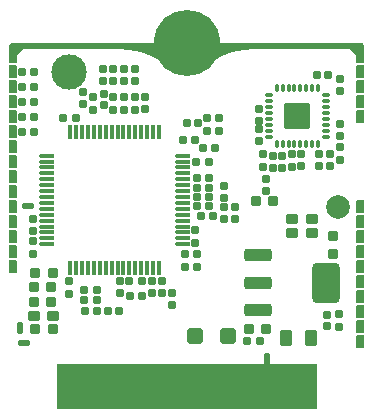
<source format=gts>
G04*
G04 #@! TF.GenerationSoftware,Altium Limited,Altium Designer,24.9.1 (31)*
G04*
G04 Layer_Color=8388736*
%FSLAX43Y43*%
%MOMM*%
G71*
G04*
G04 #@! TF.SameCoordinates,EB6F8884-3A13-42B7-98C6-1BA732C3788B*
G04*
G04*
G04 #@! TF.FilePolarity,Negative*
G04*
G01*
G75*
G04:AMPARAMS|DCode=34|XSize=0.5mm|YSize=1mm|CornerRadius=0.125mm|HoleSize=0mm|Usage=FLASHONLY|Rotation=90.000|XOffset=0mm|YOffset=0mm|HoleType=Round|Shape=RoundedRectangle|*
%AMROUNDEDRECTD34*
21,1,0.500,0.750,0,0,90.0*
21,1,0.250,1.000,0,0,90.0*
1,1,0.250,0.375,0.125*
1,1,0.250,0.375,-0.125*
1,1,0.250,-0.375,-0.125*
1,1,0.250,-0.375,0.125*
%
%ADD34ROUNDEDRECTD34*%
G04:AMPARAMS|DCode=35|XSize=0.5mm|YSize=1mm|CornerRadius=0.125mm|HoleSize=0mm|Usage=FLASHONLY|Rotation=180.000|XOffset=0mm|YOffset=0mm|HoleType=Round|Shape=RoundedRectangle|*
%AMROUNDEDRECTD35*
21,1,0.500,0.750,0,0,180.0*
21,1,0.250,1.000,0,0,180.0*
1,1,0.250,-0.125,0.375*
1,1,0.250,0.125,0.375*
1,1,0.250,0.125,-0.375*
1,1,0.250,-0.125,-0.375*
%
%ADD35ROUNDEDRECTD35*%
G04:AMPARAMS|DCode=36|XSize=0.6mm|YSize=0.7mm|CornerRadius=0.113mm|HoleSize=0mm|Usage=FLASHONLY|Rotation=270.000|XOffset=0mm|YOffset=0mm|HoleType=Round|Shape=RoundedRectangle|*
%AMROUNDEDRECTD36*
21,1,0.600,0.475,0,0,270.0*
21,1,0.375,0.700,0,0,270.0*
1,1,0.225,-0.238,-0.188*
1,1,0.225,-0.238,0.188*
1,1,0.225,0.238,0.188*
1,1,0.225,0.238,-0.188*
%
%ADD36ROUNDEDRECTD36*%
G04:AMPARAMS|DCode=37|XSize=0.6mm|YSize=0.7mm|CornerRadius=0.113mm|HoleSize=0mm|Usage=FLASHONLY|Rotation=0.000|XOffset=0mm|YOffset=0mm|HoleType=Round|Shape=RoundedRectangle|*
%AMROUNDEDRECTD37*
21,1,0.600,0.475,0,0,0.0*
21,1,0.375,0.700,0,0,0.0*
1,1,0.225,0.188,-0.238*
1,1,0.225,-0.188,-0.238*
1,1,0.225,-0.188,0.238*
1,1,0.225,0.188,0.238*
%
%ADD37ROUNDEDRECTD37*%
G04:AMPARAMS|DCode=38|XSize=0.9mm|YSize=0.85mm|CornerRadius=0.144mm|HoleSize=0mm|Usage=FLASHONLY|Rotation=0.000|XOffset=0mm|YOffset=0mm|HoleType=Round|Shape=RoundedRectangle|*
%AMROUNDEDRECTD38*
21,1,0.900,0.563,0,0,0.0*
21,1,0.613,0.850,0,0,0.0*
1,1,0.288,0.306,-0.281*
1,1,0.288,-0.306,-0.281*
1,1,0.288,-0.306,0.281*
1,1,0.288,0.306,0.281*
%
%ADD38ROUNDEDRECTD38*%
G04:AMPARAMS|DCode=39|XSize=1mm|YSize=0.8mm|CornerRadius=0.138mm|HoleSize=0mm|Usage=FLASHONLY|Rotation=0.000|XOffset=0mm|YOffset=0mm|HoleType=Round|Shape=RoundedRectangle|*
%AMROUNDEDRECTD39*
21,1,1.000,0.525,0,0,0.0*
21,1,0.725,0.800,0,0,0.0*
1,1,0.275,0.363,-0.263*
1,1,0.275,-0.363,-0.263*
1,1,0.275,-0.363,0.263*
1,1,0.275,0.363,0.263*
%
%ADD39ROUNDEDRECTD39*%
G04:AMPARAMS|DCode=40|XSize=3.4mm|YSize=2.3mm|CornerRadius=0.344mm|HoleSize=0mm|Usage=FLASHONLY|Rotation=270.000|XOffset=0mm|YOffset=0mm|HoleType=Round|Shape=RoundedRectangle|*
%AMROUNDEDRECTD40*
21,1,3.400,1.613,0,0,270.0*
21,1,2.713,2.300,0,0,270.0*
1,1,0.688,-0.806,-1.356*
1,1,0.688,-0.806,1.356*
1,1,0.688,0.806,1.356*
1,1,0.688,0.806,-1.356*
%
%ADD40ROUNDEDRECTD40*%
G04:AMPARAMS|DCode=41|XSize=1.1mm|YSize=2.3mm|CornerRadius=0.194mm|HoleSize=0mm|Usage=FLASHONLY|Rotation=270.000|XOffset=0mm|YOffset=0mm|HoleType=Round|Shape=RoundedRectangle|*
%AMROUNDEDRECTD41*
21,1,1.100,1.913,0,0,270.0*
21,1,0.713,2.300,0,0,270.0*
1,1,0.388,-0.956,-0.356*
1,1,0.388,-0.956,0.356*
1,1,0.388,0.956,0.356*
1,1,0.388,0.956,-0.356*
%
%ADD41ROUNDEDRECTD41*%
G04:AMPARAMS|DCode=42|XSize=0.7mm|YSize=0.7mm|CornerRadius=0.125mm|HoleSize=0mm|Usage=FLASHONLY|Rotation=270.000|XOffset=0mm|YOffset=0mm|HoleType=Round|Shape=RoundedRectangle|*
%AMROUNDEDRECTD42*
21,1,0.700,0.450,0,0,270.0*
21,1,0.450,0.700,0,0,270.0*
1,1,0.250,-0.225,-0.225*
1,1,0.250,-0.225,0.225*
1,1,0.250,0.225,0.225*
1,1,0.250,0.225,-0.225*
%
%ADD42ROUNDEDRECTD42*%
%ADD43R,0.450X1.600*%
G04:AMPARAMS|DCode=44|XSize=0.7mm|YSize=0.6mm|CornerRadius=0.113mm|HoleSize=0mm|Usage=FLASHONLY|Rotation=90.000|XOffset=0mm|YOffset=0mm|HoleType=Round|Shape=RoundedRectangle|*
%AMROUNDEDRECTD44*
21,1,0.700,0.375,0,0,90.0*
21,1,0.475,0.600,0,0,90.0*
1,1,0.225,0.188,0.238*
1,1,0.225,0.188,-0.238*
1,1,0.225,-0.188,-0.238*
1,1,0.225,-0.188,0.238*
%
%ADD44ROUNDEDRECTD44*%
G04:AMPARAMS|DCode=45|XSize=0.7mm|YSize=0.6mm|CornerRadius=0.113mm|HoleSize=0mm|Usage=FLASHONLY|Rotation=0.000|XOffset=0mm|YOffset=0mm|HoleType=Round|Shape=RoundedRectangle|*
%AMROUNDEDRECTD45*
21,1,0.700,0.375,0,0,0.0*
21,1,0.475,0.600,0,0,0.0*
1,1,0.225,0.238,-0.188*
1,1,0.225,-0.238,-0.188*
1,1,0.225,-0.238,0.188*
1,1,0.225,0.238,0.188*
%
%ADD45ROUNDEDRECTD45*%
G04:AMPARAMS|DCode=46|XSize=0.9mm|YSize=0.85mm|CornerRadius=0.144mm|HoleSize=0mm|Usage=FLASHONLY|Rotation=90.000|XOffset=0mm|YOffset=0mm|HoleType=Round|Shape=RoundedRectangle|*
%AMROUNDEDRECTD46*
21,1,0.900,0.563,0,0,90.0*
21,1,0.613,0.850,0,0,90.0*
1,1,0.288,0.281,0.306*
1,1,0.288,0.281,-0.306*
1,1,0.288,-0.281,-0.306*
1,1,0.288,-0.281,0.306*
%
%ADD46ROUNDEDRECTD46*%
%ADD47O,0.400X1.300*%
%ADD48O,1.300X0.400*%
G04:AMPARAMS|DCode=49|XSize=1.3mm|YSize=1.3mm|CornerRadius=0.2mm|HoleSize=0mm|Usage=FLASHONLY|Rotation=180.000|XOffset=0mm|YOffset=0mm|HoleType=Round|Shape=RoundedRectangle|*
%AMROUNDEDRECTD49*
21,1,1.300,0.900,0,0,180.0*
21,1,0.900,1.300,0,0,180.0*
1,1,0.400,-0.450,0.450*
1,1,0.400,0.450,0.450*
1,1,0.400,0.450,-0.450*
1,1,0.400,-0.450,-0.450*
%
%ADD49ROUNDEDRECTD49*%
G04:AMPARAMS|DCode=50|XSize=1mm|YSize=0.9mm|CornerRadius=0.15mm|HoleSize=0mm|Usage=FLASHONLY|Rotation=0.000|XOffset=0mm|YOffset=0mm|HoleType=Round|Shape=RoundedRectangle|*
%AMROUNDEDRECTD50*
21,1,1.000,0.600,0,0,0.0*
21,1,0.700,0.900,0,0,0.0*
1,1,0.300,0.350,-0.300*
1,1,0.300,-0.350,-0.300*
1,1,0.300,-0.350,0.300*
1,1,0.300,0.350,0.300*
%
%ADD50ROUNDEDRECTD50*%
G04:AMPARAMS|DCode=51|XSize=1.05mm|YSize=1.35mm|CornerRadius=0.188mm|HoleSize=0mm|Usage=FLASHONLY|Rotation=0.000|XOffset=0mm|YOffset=0mm|HoleType=Round|Shape=RoundedRectangle|*
%AMROUNDEDRECTD51*
21,1,1.050,0.975,0,0,0.0*
21,1,0.675,1.350,0,0,0.0*
1,1,0.375,0.338,-0.488*
1,1,0.375,-0.338,-0.488*
1,1,0.375,-0.338,0.488*
1,1,0.375,0.338,0.488*
%
%ADD51ROUNDEDRECTD51*%
G04:AMPARAMS|DCode=52|XSize=2.2mm|YSize=2.2mm|CornerRadius=0.155mm|HoleSize=0mm|Usage=FLASHONLY|Rotation=90.000|XOffset=0mm|YOffset=0mm|HoleType=Round|Shape=RoundedRectangle|*
%AMROUNDEDRECTD52*
21,1,2.200,1.890,0,0,90.0*
21,1,1.890,2.200,0,0,90.0*
1,1,0.310,0.945,0.945*
1,1,0.310,0.945,-0.945*
1,1,0.310,-0.945,-0.945*
1,1,0.310,-0.945,0.945*
%
%ADD52ROUNDEDRECTD52*%
G04:AMPARAMS|DCode=53|XSize=0.7mm|YSize=0.35mm|CornerRadius=0.113mm|HoleSize=0mm|Usage=FLASHONLY|Rotation=180.000|XOffset=0mm|YOffset=0mm|HoleType=Round|Shape=RoundedRectangle|*
%AMROUNDEDRECTD53*
21,1,0.700,0.125,0,0,180.0*
21,1,0.475,0.350,0,0,180.0*
1,1,0.225,-0.238,0.063*
1,1,0.225,0.238,0.063*
1,1,0.225,0.238,-0.063*
1,1,0.225,-0.238,-0.063*
%
%ADD53ROUNDEDRECTD53*%
G04:AMPARAMS|DCode=54|XSize=0.7mm|YSize=0.35mm|CornerRadius=0.113mm|HoleSize=0mm|Usage=FLASHONLY|Rotation=270.000|XOffset=0mm|YOffset=0mm|HoleType=Round|Shape=RoundedRectangle|*
%AMROUNDEDRECTD54*
21,1,0.700,0.125,0,0,270.0*
21,1,0.475,0.350,0,0,270.0*
1,1,0.225,-0.063,-0.238*
1,1,0.225,-0.063,0.238*
1,1,0.225,0.063,0.238*
1,1,0.225,0.063,-0.238*
%
%ADD54ROUNDEDRECTD54*%
%ADD55C,2.000*%
%ADD56C,3.000*%
%ADD57C,5.600*%
%ADD58C,0.100*%
G36*
X14913Y-30D02*
X14970Y-87D01*
X15000Y-160D01*
Y-200D01*
Y-617D01*
X15000D01*
X15010Y-618D01*
X15019Y-621D01*
X15028Y-625D01*
X15036Y-632D01*
X15042Y-639D01*
X15046Y-648D01*
X15049Y-657D01*
X15050Y-667D01*
Y-1667D01*
X15049Y-1677D01*
X15046Y-1686D01*
X15042Y-1695D01*
X15036Y-1703D01*
X15028Y-1709D01*
X15019Y-1714D01*
X15010Y-1717D01*
X15000Y-1717D01*
X14500D01*
X14500Y-1717D01*
X14491Y-1717D01*
X14490Y-1717D01*
X14481Y-1714D01*
X14472Y-1709D01*
X14468Y-1706D01*
X14464Y-1703D01*
X14464Y-1703D01*
X14365Y-1603D01*
X14364Y-1603D01*
X14361Y-1599D01*
X14358Y-1595D01*
X14356Y-1591D01*
X14354Y-1586D01*
X14351Y-1577D01*
X14350Y-1567D01*
Y-1050D01*
X13941Y-641D01*
X13906Y-610D01*
X13828Y-557D01*
X13740Y-521D01*
X13647Y-502D01*
X13600Y-500D01*
X6000D01*
Y-500D01*
X6000Y-500D01*
X5655Y-504D01*
X4967Y-564D01*
X4288Y-690D01*
X3625Y-882D01*
X2984Y-1139D01*
X2371Y-1457D01*
X1792Y-1833D01*
X1253Y-2265D01*
X1000Y-2500D01*
Y-500D01*
X-1000D01*
X-1000Y-2500D01*
X-1253Y-2265D01*
X-1792Y-1833D01*
X-2371Y-1457D01*
X-2984Y-1139D01*
X-3625Y-882D01*
X-4288Y-690D01*
X-4967Y-564D01*
X-5655Y-504D01*
X-6000Y-500D01*
Y-500D01*
Y-500D01*
X-13600D01*
X-13647Y-502D01*
X-13740Y-521D01*
X-13828Y-557D01*
X-13906Y-610D01*
X-13941Y-641D01*
X-13900Y-600D01*
X-13941Y-641D01*
X-13941Y-641D01*
X-14350Y-1050D01*
Y-1570D01*
X-14350Y-1570D01*
X-14350Y-1575D01*
X-14351Y-1580D01*
X-14353Y-1587D01*
X-14354Y-1589D01*
X-14358Y-1598D01*
X-14364Y-1606D01*
X-14364Y-1606D01*
X-14464Y-1706D01*
X-14464Y-1706D01*
X-14468Y-1708D01*
X-14472Y-1712D01*
X-14481Y-1716D01*
X-14490Y-1719D01*
X-14495Y-1720D01*
X-14500Y-1720D01*
X-14500Y-1720D01*
X-15000Y-1720D01*
X-15010Y-1719D01*
X-15019Y-1716D01*
X-15028Y-1712D01*
X-15036Y-1706D01*
X-15042Y-1698D01*
X-15046Y-1689D01*
X-15049Y-1680D01*
X-15050Y-1670D01*
Y-670D01*
X-15049Y-660D01*
X-15046Y-651D01*
X-15042Y-642D01*
X-15036Y-634D01*
X-15028Y-628D01*
X-15019Y-624D01*
X-15010Y-621D01*
X-15009Y-621D01*
X-15000Y-620D01*
Y-241D01*
Y-193D01*
X-14963Y-104D01*
X-14896Y-37D01*
X-14807Y0D01*
X14840D01*
X14913Y-30D01*
D02*
G37*
G36*
X14500Y-1890D02*
X15000Y-1890D01*
X15010Y-1891D01*
X15019Y-1894D01*
X15028Y-1898D01*
X15036Y-1904D01*
X15042Y-1912D01*
X15046Y-1921D01*
X15049Y-1930D01*
X15050Y-1940D01*
Y-2940D01*
X15049Y-2950D01*
X15046Y-2959D01*
X15042Y-2968D01*
X15036Y-2976D01*
X15028Y-2982D01*
X15019Y-2986D01*
X15010Y-2989D01*
X15000Y-2990D01*
X14500D01*
X14500Y-2990D01*
X14491Y-2989D01*
X14490Y-2989D01*
X14481Y-2986D01*
X14472Y-2982D01*
X14468Y-2978D01*
X14464Y-2976D01*
X14464Y-2976D01*
X14364Y-2876D01*
X14364Y-2876D01*
X14361Y-2871D01*
X14358Y-2868D01*
X14356Y-2863D01*
X14354Y-2859D01*
X14351Y-2850D01*
X14350Y-2840D01*
Y-2040D01*
X14350Y-2040D01*
X14350Y-2035D01*
X14351Y-2030D01*
X14353Y-2023D01*
X14354Y-2021D01*
X14358Y-2012D01*
X14364Y-2004D01*
X14364Y-2004D01*
X14464Y-1904D01*
X14464Y-1904D01*
X14468Y-1902D01*
X14472Y-1898D01*
X14481Y-1894D01*
X14490Y-1891D01*
X14495Y-1890D01*
X14500Y-1890D01*
X14500Y-1890D01*
D02*
G37*
G36*
X-14491Y-1891D02*
X-14490Y-1891D01*
X-14481Y-1894D01*
X-14472Y-1898D01*
X-14468Y-1902D01*
X-14464Y-1904D01*
X-14464Y-1904D01*
X-14364Y-2004D01*
X-14364Y-2004D01*
X-14361Y-2009D01*
X-14358Y-2012D01*
X-14356Y-2017D01*
X-14354Y-2021D01*
X-14351Y-2030D01*
X-14350Y-2040D01*
Y-2840D01*
X-14350Y-2840D01*
X-14350Y-2845D01*
X-14351Y-2850D01*
X-14353Y-2857D01*
X-14354Y-2859D01*
X-14358Y-2868D01*
X-14364Y-2876D01*
X-14364Y-2876D01*
X-14464Y-2976D01*
X-14464Y-2976D01*
X-14468Y-2978D01*
X-14472Y-2982D01*
X-14481Y-2986D01*
X-14490Y-2989D01*
X-14495Y-2990D01*
X-14500Y-2990D01*
X-14500Y-2990D01*
X-15000Y-2990D01*
X-15010Y-2989D01*
X-15019Y-2986D01*
X-15028Y-2982D01*
X-15036Y-2976D01*
X-15042Y-2968D01*
X-15046Y-2959D01*
X-15049Y-2950D01*
X-15050Y-2940D01*
Y-1940D01*
X-15049Y-1930D01*
X-15046Y-1921D01*
X-15042Y-1912D01*
X-15036Y-1904D01*
X-15028Y-1898D01*
X-15019Y-1894D01*
X-15010Y-1891D01*
X-15000Y-1890D01*
X-14500D01*
X-14500Y-1890D01*
X-14491Y-1891D01*
D02*
G37*
G36*
X14500Y-3160D02*
X15000Y-3160D01*
X15010Y-3161D01*
X15019Y-3164D01*
X15028Y-3168D01*
X15036Y-3174D01*
X15042Y-3182D01*
X15046Y-3191D01*
X15049Y-3200D01*
X15050Y-3210D01*
Y-4210D01*
X15049Y-4220D01*
X15046Y-4229D01*
X15042Y-4238D01*
X15036Y-4246D01*
X15028Y-4252D01*
X15019Y-4256D01*
X15010Y-4259D01*
X15000Y-4260D01*
X14500D01*
X14500Y-4260D01*
X14491Y-4259D01*
X14490Y-4259D01*
X14481Y-4256D01*
X14472Y-4252D01*
X14468Y-4248D01*
X14464Y-4246D01*
X14464Y-4246D01*
X14364Y-4146D01*
X14364Y-4146D01*
X14361Y-4141D01*
X14358Y-4138D01*
X14356Y-4133D01*
X14354Y-4129D01*
X14351Y-4120D01*
X14350Y-4110D01*
Y-3310D01*
X14350Y-3310D01*
X14350Y-3305D01*
X14351Y-3300D01*
X14353Y-3293D01*
X14354Y-3291D01*
X14358Y-3282D01*
X14364Y-3274D01*
X14364Y-3274D01*
X14464Y-3174D01*
X14464Y-3174D01*
X14468Y-3172D01*
X14472Y-3168D01*
X14481Y-3164D01*
X14490Y-3161D01*
X14495Y-3160D01*
X14500Y-3160D01*
X14500Y-3160D01*
D02*
G37*
G36*
X-14491Y-3161D02*
X-14490Y-3161D01*
X-14481Y-3164D01*
X-14472Y-3168D01*
X-14468Y-3172D01*
X-14464Y-3174D01*
X-14464Y-3174D01*
X-14364Y-3274D01*
X-14364Y-3274D01*
X-14361Y-3279D01*
X-14358Y-3282D01*
X-14356Y-3287D01*
X-14354Y-3291D01*
X-14351Y-3300D01*
X-14350Y-3310D01*
Y-4110D01*
X-14350Y-4110D01*
X-14350Y-4115D01*
X-14351Y-4120D01*
X-14353Y-4127D01*
X-14354Y-4129D01*
X-14358Y-4138D01*
X-14364Y-4146D01*
X-14364Y-4146D01*
X-14464Y-4246D01*
X-14464Y-4246D01*
X-14468Y-4248D01*
X-14472Y-4252D01*
X-14481Y-4256D01*
X-14490Y-4259D01*
X-14495Y-4260D01*
X-14500Y-4260D01*
X-14500Y-4260D01*
X-15000Y-4260D01*
X-15010Y-4259D01*
X-15019Y-4256D01*
X-15028Y-4252D01*
X-15036Y-4246D01*
X-15042Y-4238D01*
X-15046Y-4229D01*
X-15049Y-4220D01*
X-15050Y-4210D01*
Y-3210D01*
X-15049Y-3200D01*
X-15046Y-3191D01*
X-15042Y-3182D01*
X-15036Y-3174D01*
X-15028Y-3168D01*
X-15019Y-3164D01*
X-15010Y-3161D01*
X-15000Y-3160D01*
X-14500D01*
X-14500Y-3160D01*
X-14491Y-3161D01*
D02*
G37*
G36*
X14500Y-4430D02*
X15000Y-4430D01*
X15010Y-4431D01*
X15019Y-4434D01*
X15028Y-4438D01*
X15036Y-4444D01*
X15042Y-4452D01*
X15046Y-4461D01*
X15049Y-4470D01*
X15050Y-4480D01*
Y-5480D01*
X15049Y-5490D01*
X15046Y-5499D01*
X15042Y-5508D01*
X15036Y-5516D01*
X15028Y-5522D01*
X15019Y-5526D01*
X15010Y-5529D01*
X15000Y-5530D01*
X14500D01*
X14500Y-5530D01*
X14491Y-5529D01*
X14490Y-5529D01*
X14481Y-5526D01*
X14472Y-5522D01*
X14468Y-5518D01*
X14464Y-5516D01*
X14464Y-5516D01*
X14364Y-5416D01*
X14364Y-5416D01*
X14361Y-5411D01*
X14358Y-5408D01*
X14356Y-5403D01*
X14354Y-5399D01*
X14351Y-5390D01*
X14350Y-5380D01*
Y-4580D01*
X14350Y-4580D01*
X14350Y-4575D01*
X14351Y-4570D01*
X14353Y-4563D01*
X14354Y-4561D01*
X14358Y-4552D01*
X14364Y-4544D01*
X14364Y-4544D01*
X14464Y-4444D01*
X14464Y-4444D01*
X14468Y-4442D01*
X14472Y-4438D01*
X14481Y-4434D01*
X14490Y-4431D01*
X14495Y-4430D01*
X14500Y-4430D01*
X14500Y-4430D01*
D02*
G37*
G36*
X-14491Y-4431D02*
X-14490Y-4431D01*
X-14481Y-4434D01*
X-14472Y-4438D01*
X-14468Y-4442D01*
X-14464Y-4444D01*
X-14464Y-4444D01*
X-14364Y-4544D01*
X-14364Y-4544D01*
X-14361Y-4549D01*
X-14358Y-4552D01*
X-14356Y-4557D01*
X-14354Y-4561D01*
X-14351Y-4570D01*
X-14350Y-4580D01*
Y-5380D01*
X-14350Y-5380D01*
X-14350Y-5385D01*
X-14351Y-5390D01*
X-14353Y-5397D01*
X-14354Y-5399D01*
X-14358Y-5408D01*
X-14364Y-5416D01*
X-14364Y-5416D01*
X-14464Y-5516D01*
X-14464Y-5516D01*
X-14468Y-5518D01*
X-14472Y-5522D01*
X-14481Y-5526D01*
X-14490Y-5529D01*
X-14495Y-5530D01*
X-14500Y-5530D01*
X-14500Y-5530D01*
X-15000Y-5530D01*
X-15010Y-5529D01*
X-15019Y-5526D01*
X-15028Y-5522D01*
X-15036Y-5516D01*
X-15042Y-5508D01*
X-15046Y-5499D01*
X-15049Y-5490D01*
X-15050Y-5480D01*
Y-4480D01*
X-15049Y-4470D01*
X-15046Y-4461D01*
X-15042Y-4452D01*
X-15036Y-4444D01*
X-15028Y-4438D01*
X-15019Y-4434D01*
X-15010Y-4431D01*
X-15000Y-4430D01*
X-14500D01*
X-14500Y-4430D01*
X-14491Y-4431D01*
D02*
G37*
G36*
X14500Y-5700D02*
X15000Y-5700D01*
X15010Y-5701D01*
X15019Y-5704D01*
X15028Y-5708D01*
X15036Y-5714D01*
X15042Y-5722D01*
X15046Y-5731D01*
X15049Y-5740D01*
X15050Y-5750D01*
Y-6750D01*
X15049Y-6760D01*
X15046Y-6769D01*
X15042Y-6778D01*
X15036Y-6786D01*
X15028Y-6792D01*
X15019Y-6796D01*
X15010Y-6799D01*
X15000Y-6800D01*
X14500D01*
X14500Y-6800D01*
X14491Y-6799D01*
X14490Y-6799D01*
X14481Y-6796D01*
X14472Y-6792D01*
X14468Y-6788D01*
X14464Y-6786D01*
X14464Y-6786D01*
X14364Y-6686D01*
X14364Y-6686D01*
X14361Y-6681D01*
X14358Y-6678D01*
X14356Y-6673D01*
X14354Y-6669D01*
X14351Y-6660D01*
X14350Y-6650D01*
Y-5850D01*
X14350Y-5850D01*
X14350Y-5845D01*
X14351Y-5840D01*
X14353Y-5833D01*
X14354Y-5831D01*
X14358Y-5822D01*
X14364Y-5814D01*
X14364Y-5814D01*
X14464Y-5714D01*
X14464Y-5714D01*
X14468Y-5712D01*
X14472Y-5708D01*
X14481Y-5704D01*
X14490Y-5701D01*
X14495Y-5700D01*
X14500Y-5700D01*
X14500Y-5700D01*
D02*
G37*
G36*
X-14491Y-5701D02*
X-14490Y-5701D01*
X-14481Y-5704D01*
X-14472Y-5708D01*
X-14468Y-5712D01*
X-14464Y-5714D01*
X-14464Y-5714D01*
X-14364Y-5814D01*
X-14364Y-5814D01*
X-14361Y-5819D01*
X-14358Y-5822D01*
X-14356Y-5827D01*
X-14354Y-5831D01*
X-14351Y-5840D01*
X-14350Y-5850D01*
Y-6650D01*
X-14350Y-6650D01*
X-14350Y-6655D01*
X-14351Y-6660D01*
X-14353Y-6667D01*
X-14354Y-6669D01*
X-14358Y-6678D01*
X-14364Y-6686D01*
X-14364Y-6686D01*
X-14464Y-6786D01*
X-14464Y-6786D01*
X-14468Y-6788D01*
X-14472Y-6792D01*
X-14481Y-6796D01*
X-14490Y-6799D01*
X-14495Y-6800D01*
X-14500Y-6800D01*
X-14500Y-6800D01*
X-15000Y-6800D01*
X-15010Y-6799D01*
X-15019Y-6796D01*
X-15028Y-6792D01*
X-15036Y-6786D01*
X-15042Y-6778D01*
X-15046Y-6769D01*
X-15049Y-6760D01*
X-15050Y-6750D01*
Y-5750D01*
X-15049Y-5740D01*
X-15046Y-5731D01*
X-15042Y-5722D01*
X-15036Y-5714D01*
X-15028Y-5708D01*
X-15019Y-5704D01*
X-15010Y-5701D01*
X-15000Y-5700D01*
X-14500D01*
X-14500Y-5700D01*
X-14491Y-5701D01*
D02*
G37*
G36*
Y-6971D02*
X-14490Y-6971D01*
X-14481Y-6974D01*
X-14472Y-6978D01*
X-14468Y-6982D01*
X-14464Y-6984D01*
X-14464Y-6984D01*
X-14364Y-7084D01*
X-14364Y-7084D01*
X-14361Y-7089D01*
X-14358Y-7092D01*
X-14356Y-7097D01*
X-14354Y-7101D01*
X-14351Y-7110D01*
X-14350Y-7120D01*
Y-7920D01*
X-14350Y-7920D01*
X-14350Y-7925D01*
X-14351Y-7930D01*
X-14353Y-7937D01*
X-14354Y-7939D01*
X-14358Y-7948D01*
X-14364Y-7956D01*
X-14364Y-7956D01*
X-14464Y-8056D01*
X-14464Y-8056D01*
X-14468Y-8058D01*
X-14472Y-8062D01*
X-14481Y-8066D01*
X-14490Y-8069D01*
X-14495Y-8070D01*
X-14500Y-8070D01*
X-14500Y-8070D01*
X-15000Y-8070D01*
X-15010Y-8069D01*
X-15019Y-8066D01*
X-15028Y-8062D01*
X-15036Y-8056D01*
X-15042Y-8048D01*
X-15046Y-8039D01*
X-15049Y-8030D01*
X-15050Y-8020D01*
Y-7020D01*
X-15049Y-7010D01*
X-15046Y-7001D01*
X-15042Y-6992D01*
X-15036Y-6984D01*
X-15028Y-6978D01*
X-15019Y-6974D01*
X-15010Y-6971D01*
X-15000Y-6970D01*
X-14500D01*
X-14500Y-6970D01*
X-14491Y-6971D01*
D02*
G37*
G36*
Y-8241D02*
X-14490Y-8241D01*
X-14481Y-8244D01*
X-14472Y-8248D01*
X-14468Y-8252D01*
X-14464Y-8254D01*
X-14464Y-8254D01*
X-14364Y-8354D01*
X-14364Y-8354D01*
X-14361Y-8359D01*
X-14358Y-8362D01*
X-14356Y-8367D01*
X-14354Y-8371D01*
X-14351Y-8380D01*
X-14350Y-8390D01*
Y-9190D01*
X-14350Y-9190D01*
X-14350Y-9195D01*
X-14351Y-9200D01*
X-14353Y-9207D01*
X-14354Y-9209D01*
X-14358Y-9218D01*
X-14364Y-9226D01*
X-14364Y-9226D01*
X-14464Y-9326D01*
X-14464Y-9326D01*
X-14468Y-9328D01*
X-14472Y-9332D01*
X-14481Y-9336D01*
X-14490Y-9339D01*
X-14495Y-9340D01*
X-14500Y-9340D01*
X-14500Y-9340D01*
X-15000Y-9340D01*
X-15010Y-9339D01*
X-15019Y-9336D01*
X-15028Y-9332D01*
X-15036Y-9326D01*
X-15042Y-9318D01*
X-15046Y-9309D01*
X-15049Y-9300D01*
X-15050Y-9290D01*
Y-8290D01*
X-15049Y-8280D01*
X-15046Y-8271D01*
X-15042Y-8262D01*
X-15036Y-8254D01*
X-15028Y-8248D01*
X-15019Y-8244D01*
X-15010Y-8241D01*
X-15000Y-8240D01*
X-14500D01*
X-14500Y-8240D01*
X-14491Y-8241D01*
D02*
G37*
G36*
Y-9511D02*
X-14490Y-9511D01*
X-14481Y-9514D01*
X-14472Y-9518D01*
X-14468Y-9522D01*
X-14464Y-9524D01*
X-14464Y-9524D01*
X-14364Y-9624D01*
X-14364Y-9624D01*
X-14361Y-9629D01*
X-14358Y-9632D01*
X-14356Y-9637D01*
X-14354Y-9641D01*
X-14351Y-9650D01*
X-14350Y-9660D01*
Y-10460D01*
X-14350Y-10460D01*
X-14350Y-10465D01*
X-14351Y-10470D01*
X-14353Y-10477D01*
X-14354Y-10479D01*
X-14358Y-10488D01*
X-14364Y-10496D01*
X-14364Y-10496D01*
X-14464Y-10596D01*
X-14464Y-10596D01*
X-14468Y-10598D01*
X-14472Y-10602D01*
X-14481Y-10606D01*
X-14490Y-10609D01*
X-14495Y-10610D01*
X-14500Y-10610D01*
X-14500Y-10610D01*
X-15000Y-10610D01*
X-15010Y-10609D01*
X-15019Y-10606D01*
X-15028Y-10602D01*
X-15036Y-10596D01*
X-15042Y-10588D01*
X-15046Y-10579D01*
X-15049Y-10570D01*
X-15050Y-10560D01*
Y-9560D01*
X-15049Y-9550D01*
X-15046Y-9541D01*
X-15042Y-9532D01*
X-15036Y-9524D01*
X-15028Y-9518D01*
X-15019Y-9514D01*
X-15010Y-9511D01*
X-15000Y-9510D01*
X-14500D01*
X-14500Y-9510D01*
X-14491Y-9511D01*
D02*
G37*
G36*
Y-10781D02*
X-14490Y-10781D01*
X-14481Y-10784D01*
X-14472Y-10788D01*
X-14468Y-10792D01*
X-14464Y-10794D01*
X-14464Y-10794D01*
X-14364Y-10894D01*
X-14364Y-10894D01*
X-14361Y-10899D01*
X-14358Y-10902D01*
X-14356Y-10907D01*
X-14354Y-10911D01*
X-14351Y-10920D01*
X-14350Y-10930D01*
Y-11730D01*
X-14350Y-11730D01*
X-14350Y-11735D01*
X-14351Y-11740D01*
X-14353Y-11747D01*
X-14354Y-11749D01*
X-14358Y-11758D01*
X-14364Y-11766D01*
X-14364Y-11766D01*
X-14464Y-11866D01*
X-14464Y-11866D01*
X-14468Y-11868D01*
X-14472Y-11872D01*
X-14481Y-11876D01*
X-14490Y-11879D01*
X-14495Y-11880D01*
X-14500Y-11880D01*
X-14500Y-11880D01*
X-15000Y-11880D01*
X-15010Y-11879D01*
X-15019Y-11876D01*
X-15028Y-11872D01*
X-15036Y-11866D01*
X-15042Y-11858D01*
X-15046Y-11849D01*
X-15049Y-11840D01*
X-15050Y-11830D01*
Y-10830D01*
X-15049Y-10820D01*
X-15046Y-10811D01*
X-15042Y-10802D01*
X-15036Y-10794D01*
X-15028Y-10788D01*
X-15019Y-10784D01*
X-15010Y-10781D01*
X-15000Y-10780D01*
X-14500D01*
X-14500Y-10780D01*
X-14491Y-10781D01*
D02*
G37*
G36*
Y-12051D02*
X-14490Y-12051D01*
X-14481Y-12054D01*
X-14472Y-12058D01*
X-14468Y-12062D01*
X-14464Y-12064D01*
X-14464Y-12064D01*
X-14364Y-12164D01*
X-14364Y-12164D01*
X-14361Y-12169D01*
X-14358Y-12172D01*
X-14356Y-12177D01*
X-14354Y-12181D01*
X-14351Y-12190D01*
X-14350Y-12200D01*
Y-13000D01*
X-14350Y-13000D01*
X-14350Y-13005D01*
X-14351Y-13010D01*
X-14353Y-13017D01*
X-14354Y-13019D01*
X-14358Y-13028D01*
X-14364Y-13036D01*
X-14364Y-13036D01*
X-14464Y-13136D01*
X-14464Y-13136D01*
X-14468Y-13138D01*
X-14472Y-13142D01*
X-14481Y-13146D01*
X-14490Y-13149D01*
X-14495Y-13150D01*
X-14500Y-13150D01*
X-14500Y-13150D01*
X-15000Y-13150D01*
X-15010Y-13149D01*
X-15019Y-13146D01*
X-15028Y-13142D01*
X-15036Y-13136D01*
X-15042Y-13128D01*
X-15046Y-13119D01*
X-15049Y-13110D01*
X-15050Y-13100D01*
Y-12100D01*
X-15049Y-12090D01*
X-15046Y-12081D01*
X-15042Y-12072D01*
X-15036Y-12064D01*
X-15028Y-12058D01*
X-15019Y-12054D01*
X-15010Y-12051D01*
X-15000Y-12050D01*
X-14500D01*
X-14500Y-12050D01*
X-14491Y-12051D01*
D02*
G37*
G36*
X14500Y-13320D02*
X15000Y-13320D01*
X15010Y-13321D01*
X15019Y-13324D01*
X15028Y-13328D01*
X15036Y-13334D01*
X15042Y-13342D01*
X15046Y-13351D01*
X15049Y-13360D01*
X15050Y-13370D01*
Y-14370D01*
X15049Y-14380D01*
X15046Y-14389D01*
X15042Y-14398D01*
X15036Y-14406D01*
X15028Y-14412D01*
X15019Y-14416D01*
X15010Y-14419D01*
X15000Y-14420D01*
X14500D01*
X14500Y-14420D01*
X14491Y-14419D01*
X14490Y-14419D01*
X14481Y-14416D01*
X14472Y-14412D01*
X14468Y-14408D01*
X14464Y-14406D01*
X14464Y-14406D01*
X14364Y-14306D01*
X14364Y-14306D01*
X14361Y-14301D01*
X14358Y-14298D01*
X14356Y-14293D01*
X14354Y-14289D01*
X14351Y-14280D01*
X14350Y-14270D01*
Y-13470D01*
X14350Y-13470D01*
X14350Y-13465D01*
X14351Y-13460D01*
X14353Y-13453D01*
X14354Y-13451D01*
X14358Y-13442D01*
X14364Y-13434D01*
X14364Y-13434D01*
X14464Y-13334D01*
X14464Y-13334D01*
X14468Y-13332D01*
X14472Y-13328D01*
X14481Y-13324D01*
X14490Y-13321D01*
X14495Y-13320D01*
X14500Y-13320D01*
X14500Y-13320D01*
D02*
G37*
G36*
X-14491Y-13321D02*
X-14490Y-13321D01*
X-14481Y-13324D01*
X-14472Y-13328D01*
X-14468Y-13332D01*
X-14464Y-13334D01*
X-14464Y-13334D01*
X-14364Y-13434D01*
X-14364Y-13434D01*
X-14361Y-13439D01*
X-14358Y-13442D01*
X-14356Y-13447D01*
X-14354Y-13451D01*
X-14351Y-13460D01*
X-14350Y-13470D01*
Y-14270D01*
X-14350Y-14270D01*
X-14350Y-14275D01*
X-14351Y-14280D01*
X-14353Y-14287D01*
X-14354Y-14289D01*
X-14358Y-14298D01*
X-14364Y-14306D01*
X-14364Y-14306D01*
X-14464Y-14406D01*
X-14464Y-14406D01*
X-14468Y-14408D01*
X-14472Y-14412D01*
X-14481Y-14416D01*
X-14490Y-14419D01*
X-14495Y-14420D01*
X-14500Y-14420D01*
X-14500Y-14420D01*
X-15000Y-14420D01*
X-15010Y-14419D01*
X-15019Y-14416D01*
X-15028Y-14412D01*
X-15036Y-14406D01*
X-15042Y-14398D01*
X-15046Y-14389D01*
X-15049Y-14380D01*
X-15050Y-14370D01*
Y-13370D01*
X-15049Y-13360D01*
X-15046Y-13351D01*
X-15042Y-13342D01*
X-15036Y-13334D01*
X-15028Y-13328D01*
X-15019Y-13324D01*
X-15010Y-13321D01*
X-15000Y-13320D01*
X-14500D01*
X-14500Y-13320D01*
X-14491Y-13321D01*
D02*
G37*
G36*
X14500Y-14590D02*
X15000Y-14590D01*
X15010Y-14591D01*
X15019Y-14594D01*
X15028Y-14598D01*
X15036Y-14604D01*
X15042Y-14612D01*
X15046Y-14621D01*
X15049Y-14630D01*
X15050Y-14640D01*
Y-15640D01*
X15049Y-15650D01*
X15046Y-15659D01*
X15042Y-15668D01*
X15036Y-15676D01*
X15028Y-15682D01*
X15019Y-15686D01*
X15010Y-15689D01*
X15000Y-15690D01*
X14500D01*
X14500Y-15690D01*
X14491Y-15689D01*
X14490Y-15689D01*
X14481Y-15686D01*
X14472Y-15682D01*
X14468Y-15678D01*
X14464Y-15676D01*
X14464Y-15676D01*
X14364Y-15576D01*
X14364Y-15576D01*
X14361Y-15571D01*
X14358Y-15568D01*
X14356Y-15563D01*
X14354Y-15559D01*
X14351Y-15550D01*
X14350Y-15540D01*
Y-14740D01*
X14350Y-14740D01*
X14350Y-14735D01*
X14351Y-14730D01*
X14353Y-14723D01*
X14354Y-14721D01*
X14358Y-14712D01*
X14364Y-14704D01*
X14364Y-14704D01*
X14464Y-14604D01*
X14464Y-14604D01*
X14468Y-14602D01*
X14472Y-14598D01*
X14481Y-14594D01*
X14490Y-14591D01*
X14495Y-14590D01*
X14500Y-14590D01*
X14500Y-14590D01*
D02*
G37*
G36*
X-14491Y-14591D02*
X-14490Y-14591D01*
X-14481Y-14594D01*
X-14472Y-14598D01*
X-14468Y-14602D01*
X-14464Y-14604D01*
X-14464Y-14604D01*
X-14364Y-14704D01*
X-14364Y-14704D01*
X-14361Y-14709D01*
X-14358Y-14712D01*
X-14356Y-14717D01*
X-14354Y-14721D01*
X-14351Y-14730D01*
X-14350Y-14740D01*
Y-15540D01*
X-14350Y-15540D01*
X-14350Y-15545D01*
X-14351Y-15550D01*
X-14353Y-15557D01*
X-14354Y-15559D01*
X-14358Y-15568D01*
X-14364Y-15576D01*
X-14364Y-15576D01*
X-14464Y-15676D01*
X-14464Y-15676D01*
X-14468Y-15678D01*
X-14472Y-15682D01*
X-14481Y-15686D01*
X-14490Y-15689D01*
X-14495Y-15690D01*
X-14500Y-15690D01*
X-14500Y-15690D01*
X-15000Y-15690D01*
X-15010Y-15689D01*
X-15019Y-15686D01*
X-15028Y-15682D01*
X-15036Y-15676D01*
X-15042Y-15668D01*
X-15046Y-15659D01*
X-15049Y-15650D01*
X-15050Y-15640D01*
Y-14640D01*
X-15049Y-14630D01*
X-15046Y-14621D01*
X-15042Y-14612D01*
X-15036Y-14604D01*
X-15028Y-14598D01*
X-15019Y-14594D01*
X-15010Y-14591D01*
X-15000Y-14590D01*
X-14500D01*
X-14500Y-14590D01*
X-14491Y-14591D01*
D02*
G37*
G36*
X14500Y-15860D02*
X15000Y-15860D01*
X15010Y-15861D01*
X15019Y-15864D01*
X15028Y-15868D01*
X15036Y-15874D01*
X15042Y-15882D01*
X15046Y-15891D01*
X15049Y-15900D01*
X15050Y-15910D01*
Y-16910D01*
X15049Y-16920D01*
X15046Y-16929D01*
X15042Y-16938D01*
X15036Y-16946D01*
X15028Y-16952D01*
X15019Y-16956D01*
X15010Y-16959D01*
X15000Y-16960D01*
X14500D01*
X14500Y-16960D01*
X14491Y-16959D01*
X14490Y-16959D01*
X14481Y-16956D01*
X14472Y-16952D01*
X14468Y-16948D01*
X14464Y-16946D01*
X14464Y-16946D01*
X14364Y-16846D01*
X14364Y-16846D01*
X14361Y-16841D01*
X14358Y-16838D01*
X14356Y-16833D01*
X14354Y-16829D01*
X14351Y-16820D01*
X14350Y-16810D01*
Y-16010D01*
X14350Y-16010D01*
X14350Y-16005D01*
X14351Y-16000D01*
X14353Y-15993D01*
X14354Y-15991D01*
X14358Y-15982D01*
X14364Y-15974D01*
X14364Y-15974D01*
X14464Y-15874D01*
X14464Y-15874D01*
X14468Y-15872D01*
X14472Y-15868D01*
X14481Y-15864D01*
X14490Y-15861D01*
X14495Y-15860D01*
X14500Y-15860D01*
X14500Y-15860D01*
D02*
G37*
G36*
X-14491Y-15861D02*
X-14490Y-15861D01*
X-14481Y-15864D01*
X-14472Y-15868D01*
X-14468Y-15872D01*
X-14464Y-15874D01*
X-14464Y-15874D01*
X-14364Y-15974D01*
X-14364Y-15974D01*
X-14361Y-15979D01*
X-14358Y-15982D01*
X-14356Y-15987D01*
X-14354Y-15991D01*
X-14351Y-16000D01*
X-14350Y-16010D01*
Y-16810D01*
X-14350Y-16810D01*
X-14350Y-16815D01*
X-14351Y-16820D01*
X-14353Y-16827D01*
X-14354Y-16829D01*
X-14358Y-16838D01*
X-14364Y-16846D01*
X-14364Y-16846D01*
X-14464Y-16946D01*
X-14464Y-16946D01*
X-14468Y-16948D01*
X-14472Y-16952D01*
X-14481Y-16956D01*
X-14490Y-16959D01*
X-14495Y-16960D01*
X-14500Y-16960D01*
X-14500Y-16960D01*
X-15000Y-16960D01*
X-15010Y-16959D01*
X-15019Y-16956D01*
X-15028Y-16952D01*
X-15036Y-16946D01*
X-15042Y-16938D01*
X-15046Y-16929D01*
X-15049Y-16920D01*
X-15050Y-16910D01*
Y-15910D01*
X-15049Y-15900D01*
X-15046Y-15891D01*
X-15042Y-15882D01*
X-15036Y-15874D01*
X-15028Y-15868D01*
X-15019Y-15864D01*
X-15010Y-15861D01*
X-15000Y-15860D01*
X-14500D01*
X-14500Y-15860D01*
X-14491Y-15861D01*
D02*
G37*
G36*
X14500Y-17130D02*
X15000Y-17130D01*
X15010Y-17131D01*
X15019Y-17134D01*
X15028Y-17138D01*
X15036Y-17144D01*
X15042Y-17152D01*
X15046Y-17161D01*
X15049Y-17170D01*
X15050Y-17180D01*
Y-18180D01*
X15049Y-18190D01*
X15046Y-18199D01*
X15042Y-18208D01*
X15036Y-18216D01*
X15028Y-18222D01*
X15019Y-18226D01*
X15010Y-18229D01*
X15000Y-18230D01*
X14500D01*
X14500Y-18230D01*
X14491Y-18229D01*
X14490Y-18229D01*
X14481Y-18226D01*
X14472Y-18222D01*
X14468Y-18218D01*
X14464Y-18216D01*
X14464Y-18216D01*
X14364Y-18116D01*
X14364Y-18116D01*
X14361Y-18111D01*
X14358Y-18108D01*
X14356Y-18103D01*
X14354Y-18099D01*
X14351Y-18090D01*
X14350Y-18080D01*
Y-17280D01*
X14350Y-17280D01*
X14350Y-17275D01*
X14351Y-17270D01*
X14353Y-17263D01*
X14354Y-17261D01*
X14358Y-17252D01*
X14364Y-17244D01*
X14364Y-17244D01*
X14464Y-17144D01*
X14464Y-17144D01*
X14468Y-17142D01*
X14472Y-17138D01*
X14481Y-17134D01*
X14490Y-17131D01*
X14495Y-17130D01*
X14500Y-17130D01*
X14500Y-17130D01*
D02*
G37*
G36*
X-14491Y-17131D02*
X-14490Y-17131D01*
X-14481Y-17134D01*
X-14472Y-17138D01*
X-14468Y-17142D01*
X-14464Y-17144D01*
X-14464Y-17144D01*
X-14364Y-17244D01*
X-14364Y-17244D01*
X-14361Y-17249D01*
X-14358Y-17252D01*
X-14356Y-17257D01*
X-14354Y-17261D01*
X-14351Y-17270D01*
X-14350Y-17280D01*
Y-18080D01*
X-14350Y-18080D01*
X-14350Y-18085D01*
X-14351Y-18090D01*
X-14353Y-18097D01*
X-14354Y-18099D01*
X-14358Y-18108D01*
X-14364Y-18116D01*
X-14364Y-18116D01*
X-14464Y-18216D01*
X-14464Y-18216D01*
X-14468Y-18218D01*
X-14472Y-18222D01*
X-14481Y-18226D01*
X-14490Y-18229D01*
X-14495Y-18230D01*
X-14500Y-18230D01*
X-14500Y-18230D01*
X-15000Y-18230D01*
X-15010Y-18229D01*
X-15019Y-18226D01*
X-15028Y-18222D01*
X-15036Y-18216D01*
X-15042Y-18208D01*
X-15046Y-18199D01*
X-15049Y-18190D01*
X-15050Y-18180D01*
Y-17180D01*
X-15049Y-17170D01*
X-15046Y-17161D01*
X-15042Y-17152D01*
X-15036Y-17144D01*
X-15028Y-17138D01*
X-15019Y-17134D01*
X-15010Y-17131D01*
X-15000Y-17130D01*
X-14500D01*
X-14500Y-17130D01*
X-14491Y-17131D01*
D02*
G37*
G36*
X14500Y-18400D02*
X15000Y-18400D01*
X15010Y-18401D01*
X15019Y-18404D01*
X15028Y-18408D01*
X15036Y-18414D01*
X15042Y-18422D01*
X15046Y-18431D01*
X15049Y-18440D01*
X15050Y-18450D01*
Y-19450D01*
X15049Y-19460D01*
X15046Y-19469D01*
X15042Y-19478D01*
X15036Y-19486D01*
X15028Y-19492D01*
X15019Y-19496D01*
X15010Y-19499D01*
X15000Y-19500D01*
X14500D01*
X14500Y-19500D01*
X14491Y-19499D01*
X14490Y-19499D01*
X14481Y-19496D01*
X14472Y-19492D01*
X14468Y-19488D01*
X14464Y-19486D01*
X14464Y-19486D01*
X14364Y-19386D01*
X14364Y-19386D01*
X14361Y-19381D01*
X14358Y-19378D01*
X14356Y-19373D01*
X14354Y-19369D01*
X14351Y-19360D01*
X14350Y-19350D01*
Y-18550D01*
X14350Y-18550D01*
X14350Y-18545D01*
X14351Y-18540D01*
X14353Y-18533D01*
X14354Y-18531D01*
X14358Y-18522D01*
X14364Y-18514D01*
X14364Y-18514D01*
X14464Y-18414D01*
X14464Y-18414D01*
X14468Y-18412D01*
X14472Y-18408D01*
X14481Y-18404D01*
X14490Y-18401D01*
X14495Y-18400D01*
X14500Y-18400D01*
X14500Y-18400D01*
D02*
G37*
G36*
X-14491Y-18401D02*
X-14490Y-18401D01*
X-14481Y-18404D01*
X-14472Y-18408D01*
X-14468Y-18412D01*
X-14464Y-18414D01*
X-14464Y-18414D01*
X-14364Y-18514D01*
X-14364Y-18514D01*
X-14361Y-18519D01*
X-14358Y-18522D01*
X-14356Y-18527D01*
X-14354Y-18531D01*
X-14351Y-18540D01*
X-14350Y-18550D01*
Y-19350D01*
X-14350Y-19350D01*
X-14350Y-19355D01*
X-14351Y-19360D01*
X-14353Y-19367D01*
X-14354Y-19369D01*
X-14358Y-19378D01*
X-14364Y-19386D01*
X-14364Y-19386D01*
X-14464Y-19486D01*
X-14464Y-19486D01*
X-14468Y-19488D01*
X-14472Y-19492D01*
X-14481Y-19496D01*
X-14490Y-19499D01*
X-14495Y-19500D01*
X-14500Y-19500D01*
X-14500Y-19500D01*
X-15000Y-19500D01*
X-15010Y-19499D01*
X-15019Y-19496D01*
X-15028Y-19492D01*
X-15036Y-19486D01*
X-15042Y-19478D01*
X-15046Y-19469D01*
X-15049Y-19460D01*
X-15050Y-19450D01*
Y-18450D01*
X-15049Y-18440D01*
X-15046Y-18431D01*
X-15042Y-18422D01*
X-15036Y-18414D01*
X-15028Y-18408D01*
X-15019Y-18404D01*
X-15010Y-18401D01*
X-15000Y-18400D01*
X-14500D01*
X-14500Y-18400D01*
X-14491Y-18401D01*
D02*
G37*
G36*
X14500Y-19670D02*
X15000Y-19670D01*
X15010Y-19671D01*
X15019Y-19674D01*
X15028Y-19678D01*
X15036Y-19684D01*
X15042Y-19692D01*
X15046Y-19701D01*
X15049Y-19710D01*
X15050Y-19720D01*
Y-20720D01*
X15049Y-20730D01*
X15046Y-20739D01*
X15042Y-20748D01*
X15036Y-20756D01*
X15028Y-20762D01*
X15019Y-20766D01*
X15010Y-20769D01*
X15000Y-20770D01*
X14500D01*
X14500Y-20770D01*
X14491Y-20769D01*
X14490Y-20769D01*
X14481Y-20766D01*
X14472Y-20762D01*
X14468Y-20758D01*
X14464Y-20756D01*
X14464Y-20756D01*
X14364Y-20656D01*
X14364Y-20656D01*
X14361Y-20651D01*
X14358Y-20648D01*
X14356Y-20643D01*
X14354Y-20639D01*
X14351Y-20630D01*
X14350Y-20620D01*
Y-19820D01*
X14350Y-19820D01*
X14350Y-19815D01*
X14351Y-19810D01*
X14353Y-19803D01*
X14354Y-19801D01*
X14358Y-19792D01*
X14364Y-19784D01*
X14364Y-19784D01*
X14464Y-19684D01*
X14464Y-19684D01*
X14468Y-19682D01*
X14472Y-19678D01*
X14481Y-19674D01*
X14490Y-19671D01*
X14495Y-19670D01*
X14500Y-19670D01*
X14500Y-19670D01*
D02*
G37*
G36*
Y-20940D02*
X15000Y-20940D01*
X15010Y-20941D01*
X15019Y-20944D01*
X15028Y-20948D01*
X15036Y-20954D01*
X15042Y-20962D01*
X15046Y-20971D01*
X15049Y-20980D01*
X15050Y-20990D01*
Y-21990D01*
X15049Y-22000D01*
X15046Y-22009D01*
X15042Y-22018D01*
X15036Y-22026D01*
X15028Y-22032D01*
X15019Y-22036D01*
X15010Y-22039D01*
X15000Y-22040D01*
X14500D01*
X14500Y-22040D01*
X14491Y-22039D01*
X14490Y-22039D01*
X14481Y-22036D01*
X14472Y-22032D01*
X14468Y-22028D01*
X14464Y-22026D01*
X14464Y-22026D01*
X14364Y-21926D01*
X14364Y-21926D01*
X14361Y-21921D01*
X14358Y-21918D01*
X14356Y-21913D01*
X14354Y-21909D01*
X14351Y-21900D01*
X14350Y-21890D01*
Y-21090D01*
X14350Y-21090D01*
X14350Y-21085D01*
X14351Y-21080D01*
X14353Y-21073D01*
X14354Y-21071D01*
X14358Y-21062D01*
X14364Y-21054D01*
X14364Y-21054D01*
X14464Y-20954D01*
X14464Y-20954D01*
X14468Y-20952D01*
X14472Y-20948D01*
X14481Y-20944D01*
X14490Y-20941D01*
X14495Y-20940D01*
X14500Y-20940D01*
X14500Y-20940D01*
D02*
G37*
G36*
Y-22210D02*
X15000Y-22210D01*
X15010Y-22211D01*
X15019Y-22214D01*
X15028Y-22218D01*
X15036Y-22224D01*
X15042Y-22232D01*
X15046Y-22241D01*
X15049Y-22250D01*
X15050Y-22260D01*
Y-23260D01*
X15049Y-23270D01*
X15046Y-23279D01*
X15042Y-23288D01*
X15036Y-23296D01*
X15028Y-23302D01*
X15019Y-23306D01*
X15010Y-23309D01*
X15000Y-23310D01*
X14500D01*
X14500Y-23310D01*
X14491Y-23309D01*
X14490Y-23309D01*
X14481Y-23306D01*
X14472Y-23302D01*
X14468Y-23298D01*
X14464Y-23296D01*
X14464Y-23296D01*
X14364Y-23196D01*
X14364Y-23196D01*
X14361Y-23191D01*
X14358Y-23188D01*
X14356Y-23183D01*
X14354Y-23179D01*
X14351Y-23170D01*
X14350Y-23160D01*
Y-22360D01*
X14350Y-22360D01*
X14350Y-22355D01*
X14351Y-22350D01*
X14353Y-22343D01*
X14354Y-22341D01*
X14358Y-22332D01*
X14364Y-22324D01*
X14364Y-22324D01*
X14464Y-22224D01*
X14464Y-22224D01*
X14468Y-22222D01*
X14472Y-22218D01*
X14481Y-22214D01*
X14490Y-22211D01*
X14495Y-22210D01*
X14500Y-22210D01*
X14500Y-22210D01*
D02*
G37*
G36*
Y-23480D02*
X15000Y-23480D01*
X15010Y-23481D01*
X15019Y-23484D01*
X15028Y-23488D01*
X15036Y-23494D01*
X15042Y-23502D01*
X15046Y-23511D01*
X15049Y-23520D01*
X15050Y-23530D01*
Y-24530D01*
X15049Y-24540D01*
X15046Y-24549D01*
X15042Y-24558D01*
X15036Y-24566D01*
X15028Y-24572D01*
X15019Y-24576D01*
X15010Y-24579D01*
X15000Y-24580D01*
X14500D01*
X14500Y-24580D01*
X14491Y-24579D01*
X14490Y-24579D01*
X14481Y-24576D01*
X14472Y-24572D01*
X14468Y-24568D01*
X14464Y-24566D01*
X14464Y-24566D01*
X14364Y-24466D01*
X14364Y-24466D01*
X14361Y-24461D01*
X14358Y-24458D01*
X14356Y-24453D01*
X14354Y-24449D01*
X14351Y-24440D01*
X14350Y-24430D01*
Y-23630D01*
X14350Y-23630D01*
X14350Y-23625D01*
X14351Y-23620D01*
X14353Y-23613D01*
X14354Y-23611D01*
X14358Y-23602D01*
X14364Y-23594D01*
X14364Y-23594D01*
X14464Y-23494D01*
X14464Y-23494D01*
X14468Y-23492D01*
X14472Y-23488D01*
X14481Y-23484D01*
X14490Y-23481D01*
X14495Y-23480D01*
X14500Y-23480D01*
X14500Y-23480D01*
D02*
G37*
G36*
Y-24750D02*
X15000Y-24750D01*
X15010Y-24751D01*
X15019Y-24754D01*
X15028Y-24758D01*
X15036Y-24764D01*
X15042Y-24772D01*
X15046Y-24781D01*
X15049Y-24790D01*
X15050Y-24800D01*
Y-25800D01*
X15049Y-25810D01*
X15046Y-25819D01*
X15042Y-25828D01*
X15036Y-25836D01*
X15028Y-25842D01*
X15019Y-25846D01*
X15010Y-25849D01*
X15000Y-25850D01*
X14500D01*
X14500Y-25850D01*
X14491Y-25849D01*
X14490Y-25849D01*
X14481Y-25846D01*
X14472Y-25842D01*
X14468Y-25838D01*
X14464Y-25836D01*
X14464Y-25836D01*
X14364Y-25736D01*
X14364Y-25736D01*
X14361Y-25731D01*
X14358Y-25728D01*
X14356Y-25723D01*
X14354Y-25719D01*
X14351Y-25710D01*
X14350Y-25700D01*
Y-24900D01*
X14350Y-24900D01*
X14350Y-24895D01*
X14351Y-24890D01*
X14353Y-24883D01*
X14354Y-24881D01*
X14358Y-24872D01*
X14364Y-24864D01*
X14364Y-24864D01*
X14464Y-24764D01*
X14464Y-24764D01*
X14468Y-24762D01*
X14472Y-24758D01*
X14481Y-24754D01*
X14490Y-24751D01*
X14495Y-24750D01*
X14500Y-24750D01*
X14500Y-24750D01*
D02*
G37*
G36*
X11000Y-31000D02*
X-11000D01*
Y-27200D01*
X11000D01*
Y-31000D01*
D02*
G37*
D34*
X-13800Y-25400D02*
D03*
X-13400Y-13800D02*
D03*
D35*
X-14100Y-24100D02*
D03*
X6800Y-26800D02*
D03*
D36*
X-7000Y-4300D02*
D03*
Y-5300D02*
D03*
X-8800Y-4200D02*
D03*
Y-5200D02*
D03*
X4100Y-14900D02*
D03*
Y-13900D02*
D03*
X3200Y-13900D02*
D03*
Y-14900D02*
D03*
X-4400Y-2200D02*
D03*
Y-3200D02*
D03*
X-5300Y-2200D02*
D03*
Y-3200D02*
D03*
X11900Y-23000D02*
D03*
Y-24000D02*
D03*
X-7100Y-2200D02*
D03*
Y-3200D02*
D03*
X-6200D02*
D03*
Y-2200D02*
D03*
X3200Y-13100D02*
D03*
Y-12100D02*
D03*
X-3500Y-4600D02*
D03*
Y-5600D02*
D03*
X-1200Y-22200D02*
D03*
Y-21200D02*
D03*
X-2100Y-21200D02*
D03*
Y-20200D02*
D03*
X-2900Y-21200D02*
D03*
Y-20200D02*
D03*
X-5650Y-20200D02*
D03*
Y-21200D02*
D03*
X-13000Y-15900D02*
D03*
Y-14900D02*
D03*
X6100Y-5600D02*
D03*
Y-6600D02*
D03*
X13000Y-3100D02*
D03*
Y-4100D02*
D03*
X12100Y-9400D02*
D03*
Y-10400D02*
D03*
X13000Y-7900D02*
D03*
Y-6900D02*
D03*
X11200Y-10400D02*
D03*
Y-9400D02*
D03*
X6100Y-8300D02*
D03*
Y-7300D02*
D03*
X6700Y-11500D02*
D03*
Y-12500D02*
D03*
X7300Y-10600D02*
D03*
Y-9600D02*
D03*
X9700Y-9400D02*
D03*
Y-10400D02*
D03*
X8100Y-9600D02*
D03*
Y-10600D02*
D03*
D37*
X1900Y-13050D02*
D03*
X900D02*
D03*
Y-12250D02*
D03*
X1900D02*
D03*
X900Y-13850D02*
D03*
X1900D02*
D03*
Y-11450D02*
D03*
X900D02*
D03*
X1700Y-7500D02*
D03*
X2700D02*
D03*
X1400Y-8900D02*
D03*
X2400D02*
D03*
X700Y-8200D02*
D03*
X-300D02*
D03*
X1200Y-14700D02*
D03*
X2200D02*
D03*
X-12900Y-2440D02*
D03*
X-13900D02*
D03*
Y-3710D02*
D03*
X-12900D02*
D03*
Y-4980D02*
D03*
X-13900D02*
D03*
Y-6250D02*
D03*
X-12900D02*
D03*
Y-7520D02*
D03*
X-13900D02*
D03*
X2700Y-6400D02*
D03*
X1700D02*
D03*
X900Y-17900D02*
D03*
X-100D02*
D03*
X-4800Y-21400D02*
D03*
X-3800D02*
D03*
X0Y-6800D02*
D03*
X1000D02*
D03*
X-100Y-19000D02*
D03*
X900D02*
D03*
X11000Y-2700D02*
D03*
X12000D02*
D03*
X-5700Y-22700D02*
D03*
X-6700D02*
D03*
X-8600D02*
D03*
X-7600D02*
D03*
D38*
X5850Y-13400D02*
D03*
X7350Y-13400D02*
D03*
X-11350Y-24200D02*
D03*
X-12850Y-24200D02*
D03*
X-12950Y-20700D02*
D03*
X-11450Y-20700D02*
D03*
Y-21900D02*
D03*
X-12950Y-21900D02*
D03*
X5250Y-24200D02*
D03*
X6750Y-24200D02*
D03*
X-12850Y-19500D02*
D03*
X-11350Y-19500D02*
D03*
D39*
X-11300Y-23100D02*
D03*
X-12900D02*
D03*
D40*
X11800Y-20300D02*
D03*
D41*
X6000Y-22600D02*
D03*
Y-20300D02*
D03*
Y-18000D02*
D03*
D42*
X-4400Y-4550D02*
D03*
Y-5650D02*
D03*
X-5300Y-4550D02*
D03*
Y-5650D02*
D03*
X12900Y-24050D02*
D03*
Y-22950D02*
D03*
X-7900Y-5650D02*
D03*
Y-4550D02*
D03*
X-6200D02*
D03*
Y-5650D02*
D03*
X6500Y-9450D02*
D03*
Y-10550D02*
D03*
X8900Y-9450D02*
D03*
Y-10550D02*
D03*
D43*
X1750Y-28750D02*
D03*
X2250D02*
D03*
X2750D02*
D03*
X3250D02*
D03*
X-8750D02*
D03*
X-8250D02*
D03*
X-7750D02*
D03*
X-7250D02*
D03*
X-4750D02*
D03*
X-4250D02*
D03*
X-3750D02*
D03*
X-3250D02*
D03*
X-2750D02*
D03*
X-2250D02*
D03*
X-1750D02*
D03*
X-1250D02*
D03*
X-750D02*
D03*
X-250D02*
D03*
X250D02*
D03*
X750D02*
D03*
X3750D02*
D03*
X4250D02*
D03*
X7750D02*
D03*
X8250D02*
D03*
X8750D02*
D03*
X9250D02*
D03*
X-9250D02*
D03*
X1250D02*
D03*
X7250D02*
D03*
X6750D02*
D03*
D44*
X-10000Y-20150D02*
D03*
X-10000Y-21250D02*
D03*
X700Y-15850D02*
D03*
X700Y-16950D02*
D03*
X-13000Y-16750D02*
D03*
X-13000Y-17850D02*
D03*
X13000Y-9950D02*
D03*
X13000Y-8850D02*
D03*
D45*
X1850Y-10100D02*
D03*
X750Y-10100D02*
D03*
X-8650Y-20900D02*
D03*
X-7550Y-20900D02*
D03*
X6250Y-25200D02*
D03*
X5150Y-25200D02*
D03*
X-10450Y-6400D02*
D03*
X-9350Y-6400D02*
D03*
X-4850Y-20200D02*
D03*
X-3750Y-20200D02*
D03*
X-7550Y-21800D02*
D03*
X-8650Y-21800D02*
D03*
D46*
X12400Y-16350D02*
D03*
X12400Y-17850D02*
D03*
D47*
X-9850Y-19050D02*
D03*
X-9350D02*
D03*
X-8850D02*
D03*
X-8350D02*
D03*
X-7850D02*
D03*
X-7350D02*
D03*
X-6850D02*
D03*
X-6350D02*
D03*
X-5850D02*
D03*
X-5350D02*
D03*
X-4850Y-19050D02*
D03*
X-4350Y-19050D02*
D03*
X-3850D02*
D03*
X-3350D02*
D03*
X-2850D02*
D03*
X-2350D02*
D03*
X-2350Y-7550D02*
D03*
X-2850D02*
D03*
X-3350D02*
D03*
X-3850D02*
D03*
X-4350D02*
D03*
X-4850Y-7550D02*
D03*
X-5350Y-7550D02*
D03*
X-5850D02*
D03*
X-6350D02*
D03*
X-6850D02*
D03*
X-7350D02*
D03*
X-7850Y-7550D02*
D03*
X-8350D02*
D03*
X-8850Y-7550D02*
D03*
X-9350D02*
D03*
X-9850D02*
D03*
D48*
X-350Y-17050D02*
D03*
Y-16550D02*
D03*
Y-16050D02*
D03*
Y-15550D02*
D03*
Y-15050D02*
D03*
Y-14550D02*
D03*
Y-14050D02*
D03*
Y-13550D02*
D03*
Y-13050D02*
D03*
Y-12550D02*
D03*
X-350Y-12050D02*
D03*
X-350Y-11550D02*
D03*
Y-11050D02*
D03*
Y-10550D02*
D03*
Y-10050D02*
D03*
Y-9550D02*
D03*
X-11850D02*
D03*
Y-10050D02*
D03*
Y-10550D02*
D03*
Y-11050D02*
D03*
Y-11550D02*
D03*
X-11850Y-12050D02*
D03*
X-11850Y-12550D02*
D03*
Y-13050D02*
D03*
X-11850Y-13550D02*
D03*
Y-14050D02*
D03*
Y-14550D02*
D03*
X-11850Y-15050D02*
D03*
Y-15550D02*
D03*
Y-16050D02*
D03*
Y-16550D02*
D03*
Y-17050D02*
D03*
D49*
X700Y-24800D02*
D03*
X3500D02*
D03*
D50*
X10650Y-16100D02*
D03*
X8950Y-16100D02*
D03*
X10650Y-14900D02*
D03*
X8950Y-14900D02*
D03*
D51*
X8450Y-25000D02*
D03*
X10550D02*
D03*
D52*
X9380Y-6200D02*
D03*
D53*
X11780Y-7950D02*
D03*
Y-7450D02*
D03*
Y-6950D02*
D03*
Y-6450D02*
D03*
Y-5950D02*
D03*
Y-5450D02*
D03*
Y-4950D02*
D03*
Y-4450D02*
D03*
X6980D02*
D03*
Y-4950D02*
D03*
Y-5450D02*
D03*
Y-5950D02*
D03*
Y-6950D02*
D03*
Y-7450D02*
D03*
Y-7950D02*
D03*
Y-6450D02*
D03*
D54*
X10130Y-3800D02*
D03*
X9630D02*
D03*
X9130D02*
D03*
X8630Y-3800D02*
D03*
X8130D02*
D03*
X7630Y-3800D02*
D03*
X7630Y-8600D02*
D03*
X8130Y-8600D02*
D03*
X8630Y-8600D02*
D03*
X9130Y-8600D02*
D03*
X9630D02*
D03*
X10130D02*
D03*
X10630Y-8600D02*
D03*
X11130Y-8600D02*
D03*
X10630Y-3800D02*
D03*
X11130D02*
D03*
D55*
X12800Y-13900D02*
D03*
D56*
X-10000Y-2500D02*
D03*
D57*
X0Y0D02*
D03*
D58*
Y-1000D02*
D03*
M02*

</source>
